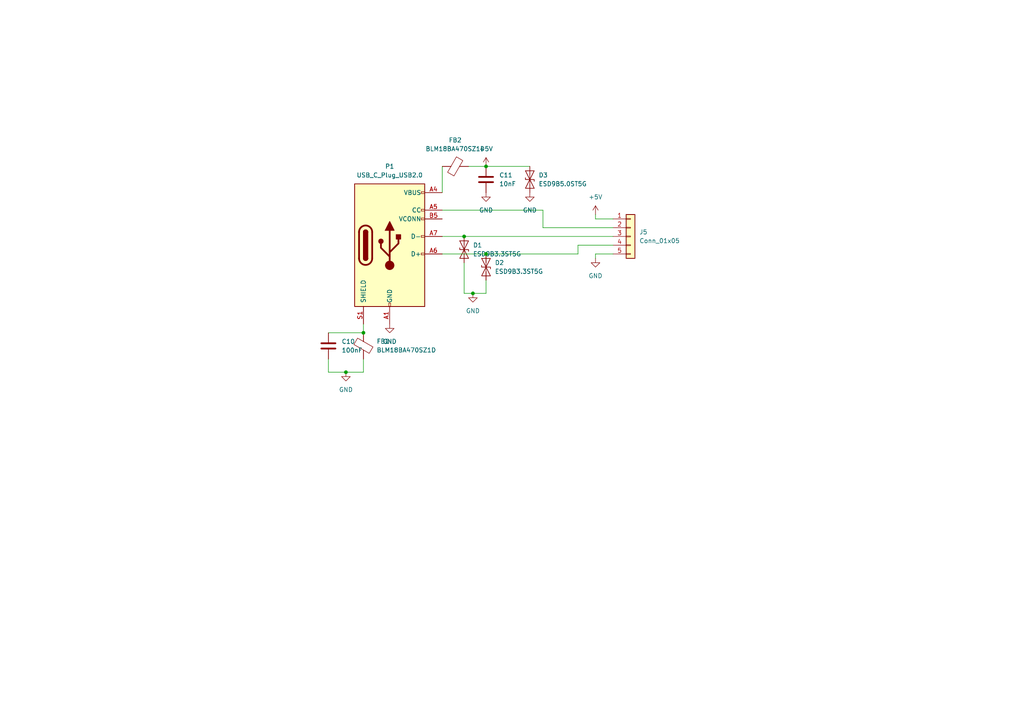
<source format=kicad_sch>
(kicad_sch (version 20211123) (generator eeschema)
  (paper "A4")
  (title_block (title "USB") (date "2022-10-10") (rev "v0.1"))
  (lib_symbols
    (symbol "Connector:USB_C_Plug_USB2.0" (pin_names (offset 1.016))
      (property "Reference" "P" (at -10.16 19.05 0))
      (property "Value" "USB_C_Plug_USB2.0" (at 12.7 19.05 0))
      (symbol "USB_C_Plug_USB2.0_0_0"
        (rectangle (start -0.254 -17.78) (end 0.254 -16.764))
        (rectangle (start 10.16 -2.286) (end 9.144 -2.794))
        (rectangle (start 10.16 2.794) (end 9.144 2.286))
        (rectangle (start 10.16 7.874) (end 9.144 7.366))
        (rectangle (start 10.16 10.414) (end 9.144 9.906))
        (rectangle (start 10.16 15.494) (end 9.144 14.986))
      )
      (symbol "USB_C_Plug_USB2.0_0_1"
        (rectangle (start -10.16 17.78) (end 10.16 -17.78) (stroke (width 0.254)) (fill (type background)))
        (arc (start -8.89 -3.81) (mid -6.985 -5.715) (end -5.08 -3.81) (stroke (width 0.508)))
        (arc (start -7.62 -3.81) (mid -6.985 -4.445) (end -6.35 -3.81) (stroke (width 0.254)))
        (arc (start -7.62 -3.81) (mid -6.985 -4.445) (end -6.35 -3.81) (stroke (width 0.254)) (fill (type outline)))
        (rectangle (start -7.62 -3.81) (end -6.35 3.81) (stroke (width 0.254)) (fill (type outline)))
        (arc (start -6.35 3.81) (mid -6.985 4.445) (end -7.62 3.81) (stroke (width 0.254)))
        (arc (start -6.35 3.81) (mid -6.985 4.445) (end -7.62 3.81) (stroke (width 0.254)) (fill (type outline)))
        (arc (start -5.08 3.81) (mid -6.985 5.715) (end -8.89 3.81) (stroke (width 0.508)))
        (circle (center -2.54 1.143) (radius 0.635) (stroke (width 0.254)) (fill (type outline)))
        (circle (center 0 -5.842) (radius 1.27) (fill (type outline)))
        (polyline (pts (xy -8.89 -3.81) (xy -8.89 3.81)) (stroke (width 0.508)))
        (polyline (pts (xy -5.08 3.81) (xy -5.08 -3.81)) (stroke (width 0.508)))
        (polyline (pts (xy 0 -5.842) (xy 0 4.318)) (stroke (width 0.508)))
        (polyline (pts (xy 0 -3.302) (xy -2.54 -0.762) (xy -2.54 0.508)) (stroke (width 0.508)))
        (polyline (pts (xy 0 -2.032) (xy 2.54 0.508) (xy 2.54 1.778)) (stroke (width 0.508)))
        (polyline (pts (xy -1.27 4.318) (xy 0 6.858) (xy 1.27 4.318) (xy -1.27 4.318)) (stroke (width 0.254)) (fill (type outline)))
        (rectangle (start 1.905 1.778) (end 3.175 3.048) (stroke (width 0.254)) (fill (type outline)))
      )
      (symbol "USB_C_Plug_USB2.0_1_1"
        (pin passive line (at 0 -22.86 90) (length 5.08) (name "GND") (number "A1"))
        (pin passive line (at 0 -22.86 90) (length 5.08) hide (name "GND") (number "A12"))
        (pin passive line (at 15.24 15.24 180) (length 5.08) (name "VBUS") (number "A4"))
        (pin bidirectional line (at 15.24 10.16 180) (length 5.08) (name "CC") (number "A5"))
        (pin bidirectional line (at 15.24 -2.54 180) (length 5.08) (name "D+") (number "A6"))
        (pin bidirectional line (at 15.24 2.54 180) (length 5.08) (name "D-") (number "A7"))
        (pin passive line (at 15.24 15.24 180) (length 5.08) hide (name "VBUS") (number "A9"))
        (pin passive line (at 0 -22.86 90) (length 5.08) hide (name "GND") (number "B1"))
        (pin passive line (at 0 -22.86 90) (length 5.08) hide (name "GND") (number "B12"))
        (pin passive line (at 15.24 15.24 180) (length 5.08) hide (name "VBUS") (number "B4"))
        (pin bidirectional line (at 15.24 7.62 180) (length 5.08) (name "VCONN") (number "B5"))
        (pin passive line (at 15.24 15.24 180) (length 5.08) hide (name "VBUS") (number "B9"))
        (pin passive line (at -7.62 -22.86 90) (length 5.08) (name "SHIELD") (number "S1"))
      )
    )
    (symbol "Connector_Generic:Conn_01x05" (pin_names (offset 1.016) hide)
      (property "Reference" "J" (at 0 7.62 0))
      (property "Value" "Conn_01x05" (at 0 -7.62 0))
      (symbol "Conn_01x05_1_1"
        (rectangle (start -1.27 -4.953) (end 0 -5.207) (stroke (width 0.1524)))
        (rectangle (start -1.27 -2.413) (end 0 -2.667) (stroke (width 0.1524)))
        (rectangle (start -1.27 0.127) (end 0 -0.127) (stroke (width 0.1524)))
        (rectangle (start -1.27 2.667) (end 0 2.413) (stroke (width 0.1524)))
        (rectangle (start -1.27 5.207) (end 0 4.953) (stroke (width 0.1524)))
        (rectangle (start -1.27 6.35) (end 1.27 -6.35) (stroke (width 0.254)) (fill (type background)))
        (pin passive line (at -5.08 5.08 0) (length 3.81) (name "Pin_1") (number "1"))
        (pin passive line (at -5.08 2.54 0) (length 3.81) (name "Pin_2") (number "2"))
        (pin passive line (at -5.08 0 0) (length 3.81) (name "Pin_3") (number "3"))
        (pin passive line (at -5.08 -2.54 0) (length 3.81) (name "Pin_4") (number "4"))
        (pin passive line (at -5.08 -5.08 0) (length 3.81) (name "Pin_5") (number "5"))
      )
    )
    (symbol "Device:C" (pin_numbers hide) (pin_names (offset 0.254))
      (property "Reference" "C" (at 0.635 2.54 0))
      (property "Value" "C" (at 0.635 -2.54 0))
      (symbol "C_0_1"
        (polyline (pts (xy -2.032 -0.762) (xy 2.032 -0.762)) (stroke (width 0.508)))
        (polyline (pts (xy -2.032 0.762) (xy 2.032 0.762)) (stroke (width 0.508)))
      )
      (symbol "C_1_1"
        (pin passive line (at 0 3.81 270) (length 2.794) (name "~") (number "1"))
        (pin passive line (at 0 -3.81 90) (length 2.794) (name "~") (number "2"))
      )
    )
    (symbol "Device:FerriteBead" (pin_numbers hide) (pin_names (offset 0))
      (property "Reference" "FB" (at -3.81 0.635 90))
      (property "Value" "FerriteBead" (at 3.81 0 90))
      (symbol "FerriteBead_0_1"
        (polyline (pts (xy 0 -1.27) (xy 0 -1.2192)))
        (polyline (pts (xy 0 1.27) (xy 0 1.2954)))
        (polyline (pts (xy -2.7686 0.4064) (xy -1.7018 2.2606) (xy 2.7686 -0.3048) (xy 1.6764 -2.159) (xy -2.7686 0.4064)))
      )
      (symbol "FerriteBead_1_1"
        (pin passive line (at 0 3.81 270) (length 2.54) (name "~") (number "1"))
        (pin passive line (at 0 -3.81 90) (length 2.54) (name "~") (number "2"))
      )
    )
    (symbol "Diode:ESD9B3.3ST5G" (pin_numbers hide) (pin_names (offset 1.016) hide)
      (property "Reference" "D" (at 0 2.54 0))
      (property "Value" "ESD9B3.3ST5G" (at 0 -2.54 0))
      (symbol "ESD9B3.3ST5G_0_1"
        (polyline (pts (xy 1.27 0) (xy -1.27 0)))
        (polyline (pts (xy -2.54 -1.27) (xy 0 0) (xy -2.54 1.27) (xy -2.54 -1.27)) (stroke (width 0.2032)))
        (polyline (pts (xy 0.508 1.27) (xy 0 1.27) (xy 0 -1.27) (xy -0.508 -1.27)) (stroke (width 0.2032)))
        (polyline (pts (xy 2.54 1.27) (xy 2.54 -1.27) (xy 0 0) (xy 2.54 1.27)) (stroke (width 0.2032)))
      )
      (symbol "ESD9B3.3ST5G_1_1"
        (pin passive line (at -3.81 0 0) (length 2.54) (name "A1") (number "1"))
        (pin passive line (at 3.81 0 180) (length 2.54) (name "A2") (number "2"))
      )
    )
    (symbol "Diode:ESD9B5.0ST5G" (pin_numbers hide) (pin_names (offset 1.016) hide)
      (property "Reference" "D" (at 0 2.54 0))
      (property "Value" "ESD9B5.0ST5G" (at 0 -2.54 0))
      (symbol "ESD9B5.0ST5G_0_1"
        (polyline (pts (xy 1.27 0) (xy -1.27 0)))
        (polyline (pts (xy -2.54 -1.27) (xy 0 0) (xy -2.54 1.27) (xy -2.54 -1.27)) (stroke (width 0.2032)))
        (polyline (pts (xy 0.508 1.27) (xy 0 1.27) (xy 0 -1.27) (xy -0.508 -1.27)) (stroke (width 0.2032)))
        (polyline (pts (xy 2.54 1.27) (xy 2.54 -1.27) (xy 0 0) (xy 2.54 1.27)) (stroke (width 0.2032)))
      )
      (symbol "ESD9B5.0ST5G_1_1"
        (pin passive line (at -3.81 0 0) (length 2.54) (name "A1") (number "1"))
        (pin passive line (at 3.81 0 180) (length 2.54) (name "A2") (number "2"))
      )
    )
    (symbol "power:+5V" (power) (pin_names (offset 0))
      (property "Value" "+5V" (at 0 3.556 0))
      (symbol "+5V_0_1"
        (polyline (pts (xy -0.762 1.27) (xy 0 2.54)))
        (polyline (pts (xy 0 0) (xy 0 2.54)))
        (polyline (pts (xy 0 2.54) (xy 0.762 1.27)))
      )
      (symbol "+5V_1_1"
        (pin power_in line (at 0 0 90) (length 0) hide (name "+5V") (number "1"))
      )
    )
    (symbol "power:GND" (power) (pin_names (offset 0))
      (property "Value" "GND" (at 0 -3.81 0))
      (symbol "GND_0_1"
        (polyline (pts (xy 0 0) (xy 0 -1.27) (xy 1.27 -1.27) (xy 0 -2.54) (xy -1.27 -1.27) (xy 0 -1.27)))
      )
      (symbol "GND_1_1"
        (pin power_in line (at 0 0 270) (length 0) hide (name "GND") (number "1"))
      )
    )
  )
  (junction (at 140.97 73.66))
  (junction (at 105.41 96.52))
  (junction (at 137.16 85.09))
  (junction (at 134.62 68.58))
  (junction (at 100.33 107.95))
  (junction (at 140.97 48.26))
  (wire (pts (xy 177.8 63.5) (xy 172.72 63.5)))
  (wire (pts (xy 128.27 73.66) (xy 140.97 73.66)))
  (wire (pts (xy 137.16 85.09) (xy 140.97 85.09)))
  (wire (pts (xy 105.41 107.95) (xy 105.41 104.14)))
  (wire (pts (xy 95.25 96.52) (xy 105.41 96.52)))
  (wire (pts (xy 128.27 60.96) (xy 157.48 60.96)))
  (wire (pts (xy 134.62 76.2) (xy 134.62 85.09)))
  (wire (pts (xy 140.97 48.26) (xy 153.67 48.26)))
  (wire (pts (xy 128.27 55.88) (xy 128.27 48.26)))
  (wire (pts (xy 177.8 71.12) (xy 167.64 71.12)))
  (wire (pts (xy 128.27 68.58) (xy 134.62 68.58)))
  (wire (pts (xy 177.8 73.66) (xy 172.72 73.66)))
  (wire (pts (xy 140.97 73.66) (xy 167.64 73.66)))
  (wire (pts (xy 95.25 104.14) (xy 95.25 107.95)))
  (wire (pts (xy 100.33 107.95) (xy 105.41 107.95)))
  (wire (pts (xy 172.72 62.23) (xy 172.72 63.5)))
  (wire (pts (xy 134.62 68.58) (xy 177.8 68.58)))
  (wire (pts (xy 135.89 48.26) (xy 140.97 48.26)))
  (wire (pts (xy 172.72 73.66) (xy 172.72 74.93)))
  (wire (pts (xy 140.97 85.09) (xy 140.97 81.28)))
  (wire (pts (xy 134.62 85.09) (xy 137.16 85.09)))
  (wire (pts (xy 95.25 107.95) (xy 100.33 107.95)))
  (wire (pts (xy 105.41 93.98) (xy 105.41 96.52)))
  (wire (pts (xy 157.48 66.04) (xy 177.8 66.04)))
  (wire (pts (xy 157.48 60.96) (xy 157.48 66.04)))
  (wire (pts (xy 167.64 71.12) (xy 167.64 73.66)))
  (symbol (lib_id "power:GND") (at 113.03 93.98 0) (unit 1)
    (property "Reference" "#PWR0102" (effects hide))
    (property "Value" "GND" (at 113.03 99.06 0))
  )
  (symbol (lib_id "Device:C") (at 95.25 100.33 0) (unit 1)
    (property "Reference" "C10" (at 99.06 99.0599 0) (effects (justify left)))
    (property "Value" "100nF" (at 99.06 101.5999 0) (effects (justify left)))
    (property "Footprint" "Capacitor_SMD:C_0805_2012Metric" (effects hide))
  )
  (symbol (lib_id "Diode:ESD9B3.3ST5G") (at 140.97 77.47 90) (unit 1)
    (property "Reference" "D2" (at 143.51 76.1999 90) (effects (justify right)))
    (property "Value" "ESD9B3.3ST5G" (at 143.51 78.7399 90) (effects (justify right)))
    (property "Footprint" "Diode_SMD:D_SOD-923" (effects hide))
    (property "Datasheet" "https://www.onsemi.com/pub/Collateral/ESD9B-D.PDF" (effects hide))
  )
  (symbol (lib_id "power:GND") (at 172.72 74.93 0) (unit 1)
    (property "Reference" "#PWR0103" (effects hide))
    (property "Value" "GND" (at 172.72 80.01 0))
  )
  (symbol (lib_id "Device:FerriteBead") (at 105.41 100.33 0) (unit 1)
    (property "Reference" "FB1" (at 109.22 99.0091 0) (effects (justify left)))
    (property "Value" "BLM18BA470SZ1D" (at 109.22 101.5491 0) (effects (justify left)))
    (property "Footprint" "Capacitor_SMD:C_0603_1608Metric" (effects hide))
  )
  (symbol (lib_id "power:GND") (at 137.16 85.09 0) (unit 1)
    (property "Reference" "#PWR0142" (effects hide))
    (property "Value" "GND" (at 137.16 90.17 0))
  )
  (symbol (lib_id "Connector:USB_C_Plug_USB2.0") (at 113.03 71.12 0) (unit 1)
    (property "Reference" "P1" (at 113.03 48.26 0))
    (property "Value" "USB_C_Plug_USB2.0" (at 113.03 50.8 0))
    (property "Footprint" "Connector_USB:USB_C_Receptacle_GCT_USB4085" (effects hide))
    (property "Datasheet" "https://www.usb.org/sites/default/files/documents/usb_type-c.zip" (effects hide))
  )
  (symbol (lib_id "power:GND") (at 153.67 55.88 0) (unit 1)
    (property "Reference" "#PWR0141" (effects hide))
    (property "Value" "GND" (at 153.67 60.96 0))
  )
  (symbol (lib_id "Diode:ESD9B3.3ST5G") (at 134.62 72.39 90) (unit 1)
    (property "Reference" "D1" (at 137.16 71.1199 90) (effects (justify right)))
    (property "Value" "ESD9B3.3ST5G" (at 137.16 73.6599 90) (effects (justify right)))
    (property "Footprint" "Diode_SMD:D_SOD-923" (effects hide))
    (property "Datasheet" "https://www.onsemi.com/pub/Collateral/ESD9B-D.PDF" (effects hide))
  )
  (symbol (lib_id "Device:FerriteBead") (at 132.08 48.26 90) (unit 1)
    (property "Reference" "FB2" (at 132.0292 40.64 90))
    (property "Value" "BLM18BA470SZ1D" (at 132.0292 43.18 90))
    (property "Footprint" "Capacitor_SMD:C_0603_1608Metric" (effects hide))
  )
  (symbol (lib_id "power:+5V") (at 172.72 62.23 0) (unit 1)
    (property "Reference" "#PWR0101" (effects hide))
    (property "Value" "+5V" (at 172.72 57.15 0))
  )
  (symbol (lib_id "Diode:ESD9B5.0ST5G") (at 153.67 52.07 90) (unit 1)
    (property "Reference" "D3" (at 156.21 50.7999 90) (effects (justify right)))
    (property "Value" "ESD9B5.0ST5G" (at 156.21 53.3399 90) (effects (justify right)))
    (property "Footprint" "Diode_SMD:D_SOD-923" (effects hide))
    (property "Datasheet" "https://www.onsemi.com/pub/Collateral/ESD9B-D.PDF" (effects hide))
  )
  (symbol (lib_id "power:GND") (at 100.33 107.95 0) (unit 1)
    (property "Reference" "#PWR0139" (effects hide))
    (property "Value" "GND" (at 100.33 113.03 0))
  )
  (symbol (lib_id "power:GND") (at 140.97 55.88 0) (unit 1)
    (property "Reference" "#PWR0140" (effects hide))
    (property "Value" "GND" (at 140.97 60.96 0))
  )
  (symbol (lib_id "Connector_Generic:Conn_01x05") (at 182.88 68.58 0) (unit 1)
    (property "Reference" "J5" (at 185.42 67.3099 0) (effects (justify left)))
    (property "Value" "Conn_01x05" (at 185.42 69.8499 0) (effects (justify left)))
    (property "Footprint" "Connector_JST:JST_PH_S5B-PH-K_1x05_P2.00mm_Horizontal" (effects hide))
  )
  (symbol (lib_id "Device:C") (at 140.97 52.07 0) (unit 1)
    (property "Reference" "C11" (at 144.78 50.7999 0) (effects (justify left)))
    (property "Value" "10nF" (at 144.78 53.3399 0) (effects (justify left)))
    (property "Footprint" "Capacitor_SMD:C_0805_2012Metric" (effects hide))
  )
  (symbol (lib_id "power:+5V") (at 140.97 48.26 0) (unit 1)
    (property "Reference" "#PWR0104" (effects hide))
    (property "Value" "+5V" (at 140.97 43.18 0))
  )
)
</source>
